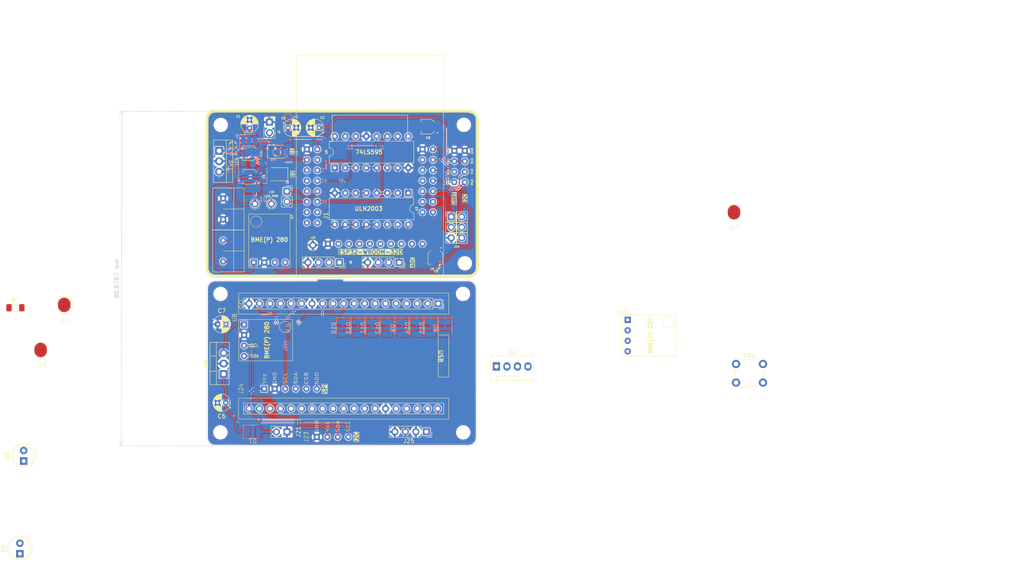
<source format=kicad_pcb>
(kicad_pcb (version 20240108) (generator "pcbnew") (generator_version "8.0")
  (layers (0 "F.Cu" signal) (31 "B.Cu" signal) (34 "B.Paste" user) (35 "F.Paste" user) (36 "B.SilkS" user "B.Silkscreen") (37 "F.SilkS" user "F.Silkscreen") (38 "B.Mask" user) (39 "F.Mask" user) (44 "Edge.Cuts" user))
  (net 0 "")
  (net 1 "GND")
  (net 2 "+3V3")
  (net 3 "+5V")
  (net 4 "/RXD")
  (net 5 "/TXD")
  (net 6 "/SDA")
  (net 7 "/GPIO_33")
  (net 8 "/SCL")
  (net 9 "/OUT3")
  (net 10 "/EN")
  (net 11 "/SOURCE2")
  (net 12 "/SOURCE1")
  (net 13 "/SOURCE3")
  (net 14 "/VDC")
  (net 15 "/DAC1")
  (net 16 "/DAC2")
  (net 17 "/GPIO39")
  (net 18 "/GPIO19")
  (net 19 "/GPIO17")
  (net 20 "/GPIO5")
  (net 21 "/GPIO18")
  (net 22 "/SD_DATA0")
  (net 23 "/ADC2_CH3")
  (net 24 "/SD_DATA3")
  (net 25 "/SD_CMD")
  (net 26 "/SD_CLK")
  (net 27 "/SD_DATA2")
  (net 28 "/SD_DATA1")
  (net 29 "/ADC2_CH0")
  (net 30 "/GPIO23")
  (net 31 "/GPIO36")
  (net 32 "/ADC2_CH2")
  (net 33 "/BOOT")
  (net 34 "/GPIO13")
  (net 35 "/SOURCE4")
  (net 36 "/SOURCE5")
  (net 37 "/SIPO_DATA")
  (net 38 "/SIPO_CLK")
  (net 40 "/SIPO_LATCH")
  (net 41 "/GPIO14")
  (net 43 "/I3")
  (net 44 "/I6")
  (net 45 "/I7")
  (net 46 "/I5")
  (net 47 "/OUT1")
  (net 48 "/VIN")
  (net 49 "/I1")
  (net 52 "Net-(D5-Pad1)")
  (net 53 "Net-(J15-Pin_1)")
  (net 54 "Net-(J19-Pin_1)")
  (net 55 "/OUT2")
  (net 67 "/RX")
  (net 72 "/TX")
  (net 83 "/SCL-2")
  (net 84 "/SDA-2")
  (net 87 "/12V")
  (net 89 "/QB-2")
  (net 90 "/QC-2")
  (net 91 "/QE-2")
  (net 92 "/QA-2")
  (net 93 "/QD-2")
  (net 94 "/QG-2")
  (net 95 "/QH-2")
  (net 96 "/QF-2")
  (net 97 "/SPI-SDO")
  (net 98 "/SPI-CSB")
  (net 99 "/SPI-SCL")
  (net 100 "/SPI-SDA")
  (net 101 "/D23")
  (net 102 "/D18")
  (footprint "Capacitor_THT:CP_Radial_D4.0mm_P2.00mm" (layer "F.Cu") (at 107 44.2 180)
    (property "Reference" "C2")
    (property "Value" "1uF")
  )
  (footprint "LED_SMD:LED_1210_3225Metric_Pad1.42x2.65mm_HandSolder" (layer "F.Cu") (at 97 55.45 180)
    (property "Reference" "D2")
    (property "Value" "STATUS")
  )
  (footprint "Capacitor_SMD:CP_Elec_3x5.3" (layer "F.Cu") (at 90.3 50.35 180)
    (property "Reference" "C4")
    (property "Value" "0.1uF")
  )
  (footprint "Resistor_SMD:R_1206_3216Metric_Pad1.30x1.75mm_HandSolder" (layer "F.Cu") (at 33.612 87.7585)
    (property "Reference" "R7")
    (property "Value" "4K7")
  )
  (footprint "LED_THT:LED_D5.0mm" (layer "F.Cu") (at 34.7 147.25 90)
    (property "Reference" "D6")
    (property "Value" "LED_STATUS")
  )
  (footprint "Button_Switch_THT:SW_PUSH_6mm" (layer "F.Cu") (at 207.8 101.35)
    (property "Reference" "SW1")
    (property "Value" "SW_Push")
  )
  (footprint "Connector:FanPinHeader_1x04_P2.54mm_Vertical" (layer "F.Cu") (at 149.88 101.95)
    (property "Reference" "J22")
    (property "Value" "Conn_01x04_Pin")
  )
  (footprint "Alexander Footprint Library:Pad_1x01_P2.54_SMD" (layer "F.Cu") (at 39.712 102.098)
    (property "Reference" "J19")
    (property "Value" "LED_PWR")
  )
  (footprint "Alexanddr Footprints Library:ESP32-WROOM-Adapter-Socket-2" (layer "F.Cu") (at 119.3 57.04)
    (property "Reference" "J1")
    (property "Value" "~")
  )
  (footprint "Alexander Footprint Library:Pad_1x01_P2.54_SMD" (layer "F.Cu") (at 45.412 91.198)
    (property "Reference" "J15")
    (property "Value" "LED_PWR")
  )
  (footprint "MountingHole:MountingHole_3mm" (layer "F.Cu") (at 142 43.5)
    (property "Reference" "H1" (hide yes))
    (property "Value" "MountingHole_Pad")
  )
  (footprint "Connector_PinSocket_2.54mm:PinSocket_1x02_P2.54mm_Vertical" (layer "F.Cu") (at 99.25 117.775 -90)
    (property "Reference" "J21")
    (property "Value" "PWR")
  )
  (footprint "MountingHole:MountingHole_3mm" (layer "F.Cu") (at 83.25 43.53)
    (property "Reference" "H2" (hide yes))
    (property "Value" "MountingHole_Pad")
  )
  (footprint "Package_DIP:DIP-16_W7.62mm" (layer "F.Cu") (at 128.58 60 -90)
    (property "Reference" "U3")
    (property "Value" "ULN2003")
  )
  (footprint "Alexander Footprints Library:Conn_Terminal_5mm" (layer "F.Cu") (at 83.82 53.69)
    (property "Reference" "J9" (hide yes))
    (property "Value" "Conn_01x02_Socket")
  )
  (footprint "Alexander Footprint Library:Pad_1x01_P2.54_SMD" (layer "F.Cu") (at 207.3 68.7895)
    (property "Reference" "J17")
    (property "Value" "GND")
  )
  (footprint "MountingHole:MountingHole_3mm" (layer "F.Cu") (at 141.85 117.9)
    (property "Reference" "H4" (hide yes))
    (property "Value" "MountingHole_Pad")
  )
  (footprint "Capacitor_THT:CP_Radial_D4.0mm_P2.00mm" (layer "F.Cu") (at 82.5 91.75)
    (property "Reference" "C7")
    (property "Value" "1uF")
  )
  (footprint "Connector_PinSocket_2.54mm:PinSocket_1x04_P2.54mm_Vertical" (layer "F.Cu") (at 132.94 117.75 -90)
    (property "Reference" "J25")
    (property "Value" "PWR_SATA_Conn_01x04")
  )
  (footprint "Capacitor_SMD:CP_Elec_3x5.3" (layer "F.Cu") (at 90.4 56.05 180)
    (property "Reference" "C9")
    (property "Value" "0.1uF")
  )
  (footprint "Package_DIP:DIP-16_W7.62mm" (layer "F.Cu") (at 110.8 53.9 90)
    (property "Reference" "U5")
    (property "Value" "74LS595")
  )
  (footprint "Alexander Footprint Library:PinSocket_1x01_P2.54" (layer "F.Cu") (at 91.5 65.19)
    (property "Reference" "J7")
    (property "Value" "LED_PWR")
  )
  (footprint "Alexander Footprint Library:Conn_SPI" (layer "F.Cu") (at 88.68 107.35 90)
    (property "Reference" "J24")
    (property "Value" "~")
  )
  (footprint "Connector_PinSocket_2.54mm:PinSocket_1x02_P2.54mm_Vertical" (layer "F.Cu") (at 95.025 42.85)
    (property "Reference" "J2")
    (property "Value" "PWR")
  )
  (footprint "Connector_PinSocket_2.54mm:PinSocket_1x04_P2.54mm_Vertical" (layer "F.Cu") (at 111.94 76.8 -90)
    (property "Reference" "J6")
    (property "Value" "SOURCE")
  )
  (footprint "MountingHole:MountingHole_3mm" (layer "F.Cu") (at 83.15 117.9)
    (property "Reference" "H4" (hide yes))
    (property "Value" "MountingHole_Pad")
  )
  (footprint "Connector_PinSocket_2.54mm:PinSocket_1x04_P2.54mm_Vertical" (layer "F.Cu") (at 126.38 76.8 -90)
    (property "Reference" "J10" (hide yes))
    (property "Value" "ADC")
  )
  (footprint "Capacitor_SMD:CP_Elec_3x5.3" (layer "F.Cu") (at 135.1 75.45 -90)
    (property "Reference" "C5")
    (property "Value" "0.1uF")
  )
  (footprint "MountingHole:MountingHole_3mm" (layer "F.Cu") (at 141.8 84.4)
    (property "Reference" "H4" (hide yes))
    (property "Value" "MountingHole_Pad")
  )
  (footprint "Capacitor_THT:CP_Radial_D4.0mm_P2.00mm" (layer "F.Cu") (at 99.5 44.2)
    (property "Reference" "C3")
    (property "Value" "1uF")
  )
  (footprint "Alexander Footprint Library:Conn_ESP32_WROOM-DevKit-38pins" (layer "F.Cu") (at 87.54 86.75 -90)
    (property "Reference" "J20")
    (property "Value" "~")
  )
  (footprint "Capacitor_SMD:CP_Elec_3x5.3" (layer "F.Cu") (at 133.4 43.95 180)
    (property "Reference" "C8")
    (property "Value" "10uF")
  )
  (footprint "Alexander Footprint Library:LD1117" (layer "F.Cu") (at 83.945 103.79 90)
    (property "Reference" "U9")
    (property "Value" "L7805")
  )
  (footprint "Alexander Footprint Library:PinSocket_1x01_P2.54" (layer "F.Cu") (at 95.5 65.19)
    (property "Reference" "J18")
    (property "Value" "LED_PWR")
  )
  (footprint "Alexander Footprint Library:Conn_I2C" (layer "F.Cu") (at 98.84 119 90)
    (property "Reference" "J23")
    (property "Value" "I2C")
  )
  (footprint "Capacitor_THT:CP_Radial_D4.0mm_P2.00mm" (layer "F.Cu") (at 84.4726 110.75 180)
    (property "Reference" "C6")
    (property "Value" "1uF")
  )
  (footprint "Alexander Footprint Library:BME280_BMP280_I2C" (layer "F.Cu") (at 180.3 89.45)
    (property "Reference" "U10")
    (property "Value" "BME(P)280")
  )
  (footprint "MountingHole:MountingHole_3mm" (layer "F.Cu") (at 83.2 84.4)
    (property "Reference" "H4" (hide yes))
    (property "Value" "MountingHole_Pad")
  )
  (footprint "Connector_PinSocket_2.54mm:PinSocket_1x02_P2.54mm_Vertical" (layer "F.Cu") (at 99.225 59.55)
    (property "Reference" "J5")
    (property "Value" "DAC")
  )
  (footprint "Alexander Footprint Library:CONN_2x3" (layer "F.Cu") (at 138.96 60.68)
    (property "Reference" "J14")
    (property "Value" "GPIO")
  )
  (footprint "Alexander Footprints Library:Conn_UART" (layer "F.Cu") (at 139.7 42.15)
    (property "Reference" "J3" (hide yes))
    (property "Value" "UART")
  )
  (footprint "Alexander Footprint Library:PinSocket_1x01_P2.54" (layer "F.Cu") (at 105.5 75.19)
    (property "Reference" "J16")
    (property "Value" "GND")
  )
  (footprint "Capacitor_THT:CP_Radial_D4.0mm_P2.00mm" (layer "F.Cu") (at 90.2 44.3 90)
    (property "Reference" "C1")
    (property "Value" "1uF")
  )
  (footprint "Alexander Footprint Library:BME280_BMP280_I2C" (layer "F.Cu") (at 90 78.1 90)
    (property "Reference" "U7")
    (property "Value" "BME(P)280")
  )
  (footprint "Alexander Footprint Library:LD1117" (layer "F.Cu") (at 82.855 49.77 -90)
    (property "Reference" "U4")
    (property "Value" "L7805")
  )
  (footprint "Alexander Footprints Library:Conn_I2C" (layer "F.Cu") (at 142.24 42.15)
    (property "Reference" "J4" (hide yes))
    (property "Value" "I2C")
  )
  (footprint "LED_THT:LED_D5.0mm" (layer "F.Cu") (at 35.612 124.8335 90)
    (property "Reference" "D5")
    (property "Value" "LED_PWR")
  )
  (footprint "Alexander Footprint Library:BME280_BMP280_I2C" (layer "F.Cu") (at 87.6 90.59)
    (property "Reference" "U8")
    (property "Value" "BME(P)280")
  )
  (footprint "LED_SMD:LED_1210_3225Metric_Pad1.42x2.65mm_HandSolder" (layer "F.Cu") (at 97 50)
    (property "Reference" "D1")
    (property "Value" "PWR")
  )
  (footprint "MountingHole:MountingHole_3mm" (layer "F.Cu") (at 142.25 77)
    (property "Reference" "H4" (hide yes))
    (property "Value" "MountingHole_Pad")
  )
  (footprint "Alexander Footprints Library:Conn_Terminal_5mm" (layer "F.Cu") (at 83.82 63.85)
    (property "Reference" "J8" (hide yes))
    (property "Value" "Conn_01x02_Socket")
  )
  (footprint "TestPoint:TestPoint_Pad_D1.5mm" (layer "B.Cu") (at 99.5 41.75 180)
    (property "Reference" "TP4")
    (property "Value" "5V")
  )
  (footprint "LED_SMD:LED_1210_3225Metric_Pad1.42x2.65mm_HandSolder" (layer "B.Cu") (at 127.1 92.65 -90)
    (property "Reference" "D9")
    (property "Value" "PWR")
  )
  (footprint "TestPoint:TestPoint_Pad_D1.5mm" (layer "B.Cu") (at 96.8 50.15 180)
    (property "Reference" "TP3")
    (property "Value" "3V3")
  )
  (footprint "LED_SMD:LED_1210_3225Metric_Pad1.42x2.65mm_HandSolder" (layer "B.Cu") (at 119.9 92.65 -90)
    (property "Reference" "D11")
    (property "Value" "PWR")
  )
  (footprint "Diode_SMD:D_1210_3225Metric" (layer "B.Cu") (at 91 117.75)
    (property "Reference" "D7")
    (property "Value" "D")
  )
  (footprint "LED_SMD:LED_1210_3225Metric_Pad1.42x2.65mm_HandSolder" (layer "B.Cu") (at 134.1 92.65 -90)
    (property "Reference" "D15")
    (property "Value" "PWR")
  )
  (footprint "Resistor_SMD:R_1206_3216Metric_Pad1.30x1.75mm_HandSolder" (layer "B.Cu") (at 99.7 50.25 -90)
    (property "Reference" "R1")
    (property "Value" "10K")
  )
  (footprint "Diode_SMD:D_1210_3225Metric" (layer "B.Cu") (at 90.1 47.4)
    (property "Reference" "D4")
    (property "Value" "D")
  )
  (footprint "LED_SMD:LED_1210_3225Metric_Pad1.42x2.65mm_HandSolder" (layer "B.Cu") (at 130.6 92.65 -90)
    (property "Reference" "D14")
    (property "Value" "PWR")
  )
  (footprint "TestPoint:TestPoint_Pad_D1.5mm" (layer "B.Cu") (at 86.2 48.45 180)
    (property "Reference" "TP1")
    (property "Value" "VIN")
  )
  (footprint "LED_SMD:LED_1210_3225Metric_Pad1.42x2.65mm_HandSolder" (layer "B.Cu") (at 123.5 92.65 -90)
    (property "Reference" "D12")
    (property "Value" "PWR")
  )
  (footprint "TestPoint:TestPoint_Pad_D1.5mm" (layer "B.Cu") (at 85.9 54.15 180)
    (property "Reference" "TP2")
    (property "Value" "GND")
  )
  (footprint "LED_SMD:LED_1210_3225Metric_Pad1.42x2.65mm_HandSolder" (layer "B.Cu") (at 116.4 92.65 -90)
    (property "Reference" "D13")
    (property "Value" "PWR")
  )
  (footprint "LED_SMD:LED_1210_3225Metric_Pad1.42x2.65mm_HandSolder" (layer "B.Cu") (at 112.8 92.65 -90)
    (property "Reference" "D10")
    (property "Value" "PWR")
  )
  (footprint "Package_TO_SOT_SMD:SOT-223-3_TabPin2" (layer "B.Cu") (at 91 55.75 -90)
    (property "Reference" "U1")
    (property "Value" "MAX1726EUK33")
  )
  (footprint "LED_SMD:LED_1210_3225Metric_Pad1.42x2.65mm_HandSolder" (layer "B.Cu") (at 137.5 92.65 -90)
    (property "Reference" "D8")
    (property "Value" "PWR")
  )
  (gr_line (start 145.25 42.11421) (end 145.25 78.085782) (stroke (width 0.75)) (layer "F.SilkS"))
  (gr_line (start 81.914218 40.164218) (end 143.08579 40.164218) (stroke (width 0.75)) (layer "F.SilkS"))
  (gr_arc (start 145.25 78.085782) (mid 144.66422 79.500007) (end 143.25 80.085782) (stroke (width 0.75)) (layer "F.SilkS"))
  (gr_line (start 79.914218 42.11421) (end 79.914218 78.085782) (stroke (width 0.75)) (layer "F.SilkS"))
  (gr_arc (start 81.914218 80.085782) (mid 80.499999 79.500001) (end 79.914218 78.085782) (stroke (width 0.75)) (layer "F.SilkS"))
  (gr_arc (start 143.25 40.25) (mid 144.664214 40.835786) (end 145.25 42.25) (stroke (width 0.75)) (layer "F.SilkS"))
  (gr_arc (start 79.914218 42.164218) (mid 80.499999 40.749999) (end 81.914218 40.164218) (stroke (width 0.75)) (layer "F.SilkS"))
  (gr_line (start 81.914214 80.085782) (end 143.085786 80.085782) (stroke (width 0.75)) (layer "F.SilkS"))
  (gr_line (start 82.014214 80.235786) (end 106.4 80.25) (stroke (width 0.1)) (layer "Edge.Cuts"))
  (gr_line (start 80 42.25) (end 80.014214 78.235786) (stroke (width 0.1)) (layer "Edge.Cuts"))
  (gr_arc (start 79.921321 83.157107) (mid 80.507106 81.742896) (end 81.921321 81.157107) (stroke (width 0.1)) (layer "Edge.Cuts"))
  (gr_line (start 81.921321 121.128679) (end 143.107107 121.142893) (stroke (width 0.1)) (layer "Edge.Cuts"))
  (gr_arc (start 81.921321 121.128679) (mid 80.507101 120.542899) (end 79.921321 119.128679) (stroke (width 0.1)) (layer "Edge.Cuts"))
  (gr_line (start 143.092893 81.157107) (end 113 81.15) (stroke (width 0.1)) (layer "Edge.Cuts"))
  (gr_arc (start 145.107107 119.142893) (mid 144.521321 120.557107) (end 143.107107 121.142893) (stroke (width 0.1)) (layer "Edge.Cuts"))
  (gr_line (start 106.4 81.15) (end 81.921321 81.157107) (stroke (width 0.1)) (layer "Edge.Cuts"))
  (gr_arc (start 143.185786 40.264214) (mid 144.600004 40.849996) (end 145.185786 42.264214) (stroke (width 0.1)) (layer "Edge.Cuts"))
  (gr_line (start 113 80.25) (end 143.185786 80.235786) (stroke (width 0.1)) (layer "Edge.Cuts"))
  (gr_arc (start 82.014214 80.235786) (mid 80.599996 79.650004) (end 80.014214 78.235786) (stroke (width 0.1)) (layer "Edge.Cuts"))
  (gr_line (start 145.185786 42.264214) (end 145.185786 78.235786) (stroke (width 0.1)) (layer "Edge.Cuts"))
  (gr_arc (start 80 42.25) (mid 80.585786 40.835786) (end 82 40.25) (stroke (width 0.1)) (layer "Edge.Cuts"))
  (gr_line (start 145.107107 119.142893) (end 145.092893 83.157107) (stroke (width 0.1)) (layer "Edge.Cuts"))
  (gr_line (start 79.921321 119.128679) (end 79.921321 83.157107) (stroke (width 0.1)) (layer "Edge.Cuts"))
  (gr_line (start 106.4 81.15) (end 106.4 80.25) (stroke (width 0.1)) (layer "Edge.Cuts"))
  (gr_arc (start 145.185786 78.235786) (mid 144.600004 79.650004) (end 143.185786 80.235786) (stroke (width 0.1)) (layer "Edge.Cuts"))
  (gr_arc (start 143.092893 81.157107) (mid 144.507112 81.742888) (end 145.092893 83.157107) (stroke (width 0.1)) (layer "Edge.Cuts"))
  (gr_line (start 113 81.15) (end 113 80.25) (stroke (width 0.1)) (layer "Edge.Cuts"))
  (gr_line (start 143.185786 40.264214) (end 82 40.25) (stroke (width 0.1)) (layer "Edge.Cuts"))
  (gr_text "SCL" (at 90.4 96.85 0) (layer "F.SilkS") (effects (font (size 0.7 0.7) (thickness 0.125) (bold yes)) (justify left)))
  (gr_text "ADC" (at 130.1 78.05 90) (layer "F.SilkS" knockout) (effects (font (size 0.8 0.8) (thickness 0.2) (bold yes)) (justify left bottom)))
  (gr_text "SDA" (at 90.4 99.45 0) (layer "F.SilkS") (effects (font (size 0.7 0.7) (thickness 0.125) (bold yes)) (justify left)))
  (gr_text "74LS595" (at 119.057143 50.1 0) (layer "F.SilkS") (effects (font (size 1 1) (thickness 0.2) (bold yes))))
  (gr_text "ULN2003" (at 115.5 64.374 0) (layer "F.SilkS") (effects (font (size 1 1) (thickness 0.2) (bold yes)) (justify left bottom)))
  (dimension (type aligned) (layer "Edge.Cuts") (pts (xy 81.921321 121.128679) (xy 82 40.25)) (height -22.6907) (gr_text "80.8787 mm" (at 58.119973 80.666146 89.94426182) (layer "Edge.Cuts") (effects (font (size 1 1) (thickness 0.15)))) (format (prefix "") (suffix "") (units 3) (units_format 1) (precision 4)) (style (thickness 0.1) (arrow_length 1.27) (text_position_mode 0) (extension_height 0.58642) (extension_offset 0.5) keep_text_aligned))
  (segment (start 84.21 66) (end 83.82 66.39) (width 0.5) (layer "F.Cu") (net 1))
  (segment (start 91.5 59.65) (end 91.9 59.25) (width 0.5) (layer "F.Cu") (net 2))
  (segment (start 90.08 108.57) (end 90.08 112.15) (width 0.5) (layer "F.Cu") (net 2))
  (segment (start 139.7 52.31) (end 138.56 52.31) (width 0.25) (layer "F.Cu") (net 2))
  (segment (start 91.3 107.35) (end 90.08 108.57) (width 0.5) (layer "F.Cu") (net 2))
  (segment (start 91.9 59.25) (end 91.9 56.05) (width 0.5) (layer "F.Cu") (net 2))
  (segment (start 137.2 43.95) (end 134.9 43.95) (width 0.25) (layer "F.Cu") (net 2))
  (segment (start 138.56 52.31) (end 137.6 51.35) (width 0.25) (layer "F.Cu") (net 2))
  (segment (start 93.76 107.35) (end 91.3 107.35) (width 0.5) (layer "F.Cu") (net 2))
  (segment (start 91.5 62.62) (end 91.5 59.65) (width 0.5) (layer "F.Cu") (net 2))
  (segment (start 137.6 51.35) (end 137.6 44.35) (width 0.25) (layer "F.Cu") (net 2))
  (segment (start 137.6 44.35) (end 137.2 43.95) (width 0.25) (layer "F.Cu") (net 2))
  (segment (start 96.075 48.7) (end 97.525 48.7) (width 0.5) (layer "B.Cu") (net 2))
  (segment (start 109.408578 44.2) (end 107 44.2) (width 0.5) (layer "B.Cu") (net 2))
  (segment (start 93.21 115.25) (end 101 115.25) (width 0.5) (layer "B.Cu") (net 2))
  (segment (start 81.3 75.997918) (end 81.3 59.75104) (width 0.5) (layer "B.Cu") (net 2))
  (segment (start 93.3 54.905025) (end 93.3 52.6) (width 0.5) (layer "B.Cu") (net 2))
  (segment (start 100 48.7) (end 100 48.03033) (width 0.5) (layer "B.Cu") (net 2))
  (segment (start 139.13 52.31) (end 139.7 52.31) (width 0.5) (layer "B.Cu") (net 2))
  (segment (start 138.156949 51.906949) (end 138.03 51.78) (width 0.5) (layer "B.Cu") (net 2))
  (segment (start 109 117.5) (end 109 119) (width 0.5) (layer "B.Cu") (net 2))
  (segment (start 106.6 48.627817) (end 106.6 49.299791) (width 0.5) (layer "B.Cu") (net 2))
  (segment (start 84.202081 78.9) (end 89.990883 78.9) (width 0.5) (layer "B.Cu") (net 2))
  (segment (start 109.75 45) (end 109.75 44.141421) (width 0.5) (layer "B.Cu") (net 2))
  (segment (start 109.75 43.858578) (end 109.75 44.141421) (width 0.5) (layer "B.Cu") (net 2))
  (segment (start 104.722182 46.75) (end 106.277817 46.75) (width 0.5) (layer "B.Cu") (net 2))
  (segment (start 139.7 52.31) (end 142.24 52.31) (width 0.5) (layer "B.Cu") (net 2))
  (segment (start 137.5 50.500466) (end 137.5 43.883883) (width 0.5) (layer "B.Cu") (net 2))
  (segment (start 88.207106 62.75) (end 91.5 62.75) (width 0.5) (layer "B.Cu") (net 2))
  (segment (start 86.5 61.042893) (end 86.5 57.5) (width 0.5) (layer "B.Cu") (net 2))
  (segment (start 106.277817 46.75) (end 108 46.75) (width 0.5) (layer "B.Cu") (net 2))
  (segment (start 101 115.25) (end 102.5 116.75) (width 0.5) (layer "B.Cu") (net 2))
  (segment (start 91.22 77.670883) (end 91.22 76.8) (width 0.5) (layer "B.Cu") (net 2))
  (segment (start 89.455634 56.1) (end 92.105025 56.1) (width 0.5) (layer "B.Cu") (net 2))
  (segment (start 96.075 48.7) (end 95.177817 48.7) (width 0.5) (layer "B.Cu") (net 2))
  (segment (start 90.11 112.15) (end 93.21 115.25) (width 0.5) (layer "B.Cu") (net 2))
  (segment (start 108.25 116.75) (end 109 117.5) (width 0.5) (layer "B.Cu") (net 2))
  (segment (start 104.722182 46.75) (end 101.28033 46.75) (width 0.5) (layer "B.Cu") (net 2))
  (segment (start 108 46.75) (end 109.75 45) (width 0.5) (layer "B.Cu") (net 2))
  (segment (start 96.8 49.425) (end 96.8 50.15) (width 0.25) (layer "B.Cu") (net 2))
  (segment (start 109.75 43.625) (end 109.75 43.858578) (width 0.5) (layer "B.Cu") (net 2))
  (segment (start 110.015165 42.984834) (end 110.5 42.5) (width 0.5) (layer "B.Cu") (net 2))
  (segment (start 93.3 52.6) (end 93.3 50.577817) (width 0.5) (layer "B.Cu") (net 2))
  (segment (start 82.75104 58.3) (end 84.144365 58.3) (width 0.5) (layer "B.Cu") (net 2))
  (segment (start 106.685 49.335) (end 106.77 49.25) (width 0.5) (layer "B.Cu") (net 2))
  (segment (start 102.5 116.75) (end 108.25 116.75) (width 0.5) (layer "B.Cu") (net 2))
  (segment (start 112.31066 41.75) (end 135.366116 41.75) (width 0.5) (layer "B.Cu") (net 2))
  (segment (start 100 48.7) (end 97.525 48.7) (width 0.5) (layer "B.Cu") (net 2))
  (arc (start 136.875 42.375) (mid 137.337567 43.067281) (end 137.5 43.883883) (width 0.5) (layer "B.Cu") (net 2))
  (arc (start 137.5 50.500466) (mid 137.637742 51.192944) (end 138.03 51.78) (width 0.5) (layer "B.Cu") (net 2))
  (arc (start 93.3 54.905025) (mid 93.209037 55.362322) (end 92.95 55.75) (width 0.5) (layer "B.Cu") (net 2))
  (arc (start 86.8 57.2) (mid 85.581584 58.014119) (end 84.144365 58.3) (width 0.5) (layer "B.Cu") (net 2))
  (arc (start 106.6 49.299791) (mid 106.630737 49.345793) (end 106.685 49.335) (width 0.5) (layer "B.Cu") (net 2))
  (arc (start 89.455634 56.1) (mid 88.018415 56.38588) (end 86.8 57.2) (width 0.5) (layer "B.Cu") (net 2))
  (arc (start 86.5 61.042893) (mid 86.629945 61.696174) (end 87 62.25) (width 0.5) (layer "B.Cu") (net 2))
  (arc (start 82.75104 58.3) (mid 82.195751 58.410453) (end 81.725 58.725) (width 0.5) (layer "B.Cu") (net 2))
  (arc (start 92.95 55.75) (mid 92.562322 56.009037) (end 92.105025 56.1) (width 0.5) (layer "B.Cu") (net 2))
  (arc (start 95.177817 48.7) (mid 94.459207 48.84294) (end 93.85 49.25) (width 0.5) (layer "B.Cu") (net 2))
  (arc (start 96.8 49.425) (mid 96.587652 48.912347) (end 96.075 48.7) (width 0.25) (layer "B.Cu") (net 2))
  (arc (start 82.15 78.05) (mid 83.091502 78.679092) (end 84.202081 78.9) (width 0.5) (layer "B.Cu") (net 2))
  (arc (start 110.015165 42.984834) (mid 109.818914 43.278544) (end 109.75 43.625) (width 0.5) (layer "B.Cu") (net 2))
  (arc (start 109.75 44.141421) (mid 109.713838 44.087301) (end 109.65 44.1) (width 0.5) (layer "B.Cu") (net 2))
  (arc (start 136.875 42.375) (mid 136.182718 41.912432) (end 135.366116 41.75) (width 0.5) (layer "B.Cu") (net 2))
  (arc (start 93.85 49.25) (mid 93.44294 49.859207) (end 93.3 50.577817) (width 0.5) (layer "B.Cu") (net 2))
  (arc (start 90.86 78.54) (mid 90.461245 78.806439) (end 89.990883 78.9) (width 0.5) (layer "B.Cu") (net 2))
  (arc (start 109.65 44.1) (mid 109.539234 44.17401) (end 109.408578 44.2) (width 0.5) (layer "B.Cu") (net 2))
  (arc (start 87 62.25) (mid 87.553825 62.620054) (end 88.207106 62.75) (width 0.5) (layer "B.Cu") (net 2))
  (arc (start 81.725 58.725) (mid 81.410453 59.195751) (end 81.3 59.75104) (width 0.5) (layer "B.Cu") (net 2))
  (arc (start 106.05 47.3) (mid 105.440792 46.89294) (end 104.722182 46.75) (width 0.5) (layer "B.Cu") (net 2))
  (arc (start 138.156949 51.906949) (mid 138.603388 52.20525) (end 139.13 52.31) (width 0.5) (layer "B.Cu") (net 2))
  (arc (start 101.28033 46.75) (mid 100.790368 46.847459) (end 100.375 47.125) (width 0.5) (layer "B.Cu") (net 2))
  (arc (start 106.05 47.3) (mid 106.457059 47.909207) (end 106.6 48.627817) (width 0.5) (layer "B.Cu") (net 2))
  (arc (start 106.277817 46.75) (mid 105.980159 46.948888) (end 106.05 47.3) (width 0.5) (layer "B.Cu") (net 2))
  (arc (start 91.22 77.670883) (mid 91.126439 78.141245) (end 90.86 78.54) (width 0.5) (layer "B.Cu") (net 2))
  (arc (start 109.65 44.1) (mid 109.72401 43.989234) (end 109.75 43.858578) (width 0.5) (layer "B.Cu") (net 2))
  (arc (start 112.31066 41.75) (mid 111.330737 41.944918) (end 110.5 42.5) (width 0.5) (layer "B.Cu") (net 2))
  (arc (start 100.375 47.125) (mid 100.097459 47.540368) (end 100 48.03033) (width 0.5) (layer "B.Cu") (net 2))
  (arc (start 81.3 75.997918) (mid 81.520907 77.108496) (end 82.15 78.05) (width 0.5) (layer "B.Cu") (net 2))
  (segment (start 99.5 45.693413) (end 99.5 44.2) (width 0.5) (layer "F.Cu") (net 3))
  (segment (start 98.6375 46.9625) (end 99.2125 46.3875) (width 0.5) (layer "F.Cu") (net 3))
  (segment (start 83.945 98.71) (end 86.21 98.71) (width 0.5) (layer "F.Cu") (net 3))
  (segment (start 86.75 99.25) (end 86.75 100) (width 0.5) (layer "F.Cu") (net 3))
  (segment (start 127.86 116.39) (end 129 115.25) (width 0.5) (layer "F.Cu") (net 3))
  (segment (start 126.04 46.28) (end 126.04 48.251906) (width 0.5) (layer "F.Cu") (net 3))
  (segment (start 108.3 49.803553) (end 108.3 65.537329) (width 0.5) (layer "F.Cu") (net 3))
  (segment (start 108.3 49.803553) (end 108.3 49.096446) (width 0.5) (layer "F.Cu") (net 3))
  (segment (start 129 115.25) (end 135.25 115.25) (width 0.5) (layer "F.Cu") (net 3))
  (segment (start 135.81 114.69) (end 135.81 112.15) (width 0.5) (layer "F.Cu") (net 3))
  (segment (start 110.8 46.28) (end 110.8 48.15) (width 0.5) (layer "F.Cu") (net 3))
  (segment (start 86.75 114.25) (end 87.75 115.25) (width 0.5) (layer "F.Cu") (net 3))
  (segment (start 86.75 100) (end 86.75 114.25) (width 0.5) (layer "F.Cu") (net 3))
  (segment (start 110.8 48.15) (end 110 48.95) (width 0.5) (layer "F.Cu") (net 3))
  (segment (start 88.1 47.25) (end 97.943413 47.25) (width 0.5) (layer "F.Cu") (net 3))
  (segment (start 84.9 54.85) (end 85.4 54.35) (width 0.5) (layer "F.Cu") (net 3))
  (segment (start 126.04 48.251906) (end 125.341906 48.95) (width 0.5) (layer "F.Cu") (net 3))
  (segment (start 85.4 54.35) (end 85.4 49.95) (width 0.5) (layer "F.Cu") (net 3))
  (segment (start 127.86 118.65) (end 127.86 116.39) (width 0.5) (layer "F.Cu") (net 3))
  (segment (start 107.608621 46.675) (end 99.331586 46.675) (width 0.5) (layer "F.Cu") (net 3))
  (segment (start 110 48.95) (end 109.153553 48.95) (width 0.5) (layer "F.Cu") (net 3))
  (segment (start 86.21 98.71) (end 86.75 99.25) (width 0.5) (layer "F.Cu") (net 3))
  (segment (start 108.3 49.096446) (end 108.3 47.366378) (width 0.5) (layer "F.Cu") (net 3))
  (segment (start 109.104574 67.204574) (end 108.91 67.01) (width 0.5) (layer "F.Cu") (net 3))
  (segment (start 110.8 46.355) (end 110.725 46.28) (width 0.5) (layer "F.Cu") (net 3))
  (segment (start 135.25 115.25) (end 135.81 114.69) (width 0.5) (layer "F.Cu") (net 3))
  (segment (start 110.1075 67.62) (end 110.695 67.62) (width 0.5) (layer "F.Cu") (net 3))
  (segment (start 82.855 54.85) (end 84.9 54.85) (width 0.5) (layer "F.Cu") (net 3))
  (segment (start 85.4 49.95) (end 88.1 47.25) (width 0.5) (layer "F.Cu") (net 3))
  (segment (start 87.75 115.25) (end 129 115.25) (width 0.5) (layer "F.Cu") (net 3))
  (segment (start 125.341906 48.95) (end 110 48.95) (width 0.5) (layer "F.Cu") (net 3))
  (arc (start 108.0975 46.8775) (mid 108.247371 47.101799) (end 108.3 47.366378) (width 0.5) (layer "F.Cu") (net 3))
  (arc (start 108.3 65.537329) (mid 108.458533 66.334332) (end 108.91 67.01) (width 0.5) (layer "F.Cu") (net 3))
  (arc (start 97.943413 47.25) (mid 98.31905 47.175281) (end 98.6375 46.9625) (width 0.5) (layer "F.Cu") (net 3))
  (arc (start 99.2125 46.3875) (mid 99.175992 46.571035) (end 99.331586 46.675) (width 0.5) (layer "F.Cu") (net 3))
  (arc (start 108.0975 46.8775) (mid 107.8732 46.727628) (end 107.608621 46.675) (width 0.5) (layer "F.Cu") (net 3))
  (arc (start 109.104574 67.204574) (mid 109.56472 67.512034) (end 110.1075 67.62) (width 0.5) (layer "F.Cu") (net 3))
  (arc (start 108.55 49.2) (mid 108.364972 49.476912) (end 108.3 49.803553) (width 0.5) (layer "F.Cu") (net 3))
  (arc (start 108.3 49.096446) (mid 108.390403 49.231745) (end 108.55 49.2) (width 0.5) (layer "F.Cu") (net 3))
  (arc (start 99.331586 46.675) (mid 98.955949 46.749718) (end 98.6375 46.9625) (width 0.5) (layer "F.Cu") (net 3))
  (arc (start 109.153553 48.95) (mid 108.826912 49.014972) (end 108.55 49.2) (width 0.5) (layer "F.Cu") (net 3))
  (arc (start 99.5 45.693413) (mid 99.425281 46.06905) (end 99.2125 46.3875) (width 0.5) (layer "F.Cu") (net 3))
  (segment (start 83.945 97.305) (end 84.5 96.75) (width 0.5) (layer "B.Cu") (net 3))
  (segment (start 84.5 94.05) (end 84.5 91.75) (width 0.5) (layer "B.Cu") (net 3))
  (segment (start 88.9 91.81) (end 86.74 91.81) (width 0.5) (layer "B.Cu") (net 3))
  (segment (start 83.945 98.71) (end 83.945 97.305) (width 0.5) (layer "B.Cu") (net 3))
  (segment (start 86.74 91.81) (end 84.5 94.05) (width 0.5) (layer "B.Cu") (net 3))
  (segment (start 84.5 96.75) (end 84.5 94.05) (width 0.5) (layer "B.Cu") (net 3))
  (segment (start 99.5 42.25) (end 99.5 44.2) (width 0.25) (layer "B.Cu") (net 3))
  (segment (start 139.7 57.35) (end 139.7 57.39) (width 0.25) (layer "F.Cu") (net 4))
  (segment (start 133.25 53.25) (end 135.6 53.25) (width 0.25) (layer "F.Cu") (net 4))
  (segment (start 135.6 53.25) (end 139.7 57.35) (width 0.25) (layer "F.Cu") (net 4))
  (segment (start 132 54.5) (end 133.25 53.25) (width 0.25) (layer "F.Cu") (net 4))
  (segment (start 140.3 57.45) (end 139.3 57.45) (width 0.25) (layer "F.Cu") (net 4))
  (segment (start 136.61 51.96) (end 134.54 51.96) (width 0.25) (layer "F.Cu") (net 5))
  (segment (start 134.74 51.79) (end 134.62 51.91) (width 0.25) (layer "F.Cu") (net 5))
  (segment (start 139.5 54.85) (end 136.61 51.96) (width 0.25) (layer "F.Cu") (net 5))
  (segment (start 139.7 54.85) (end 139.5 54.85) (width 0.25) (layer "F.Cu") (net 5))
  (segment (start 138.59 58.55) (end 140.4 58.55) (width 0.25) (layer "F.Cu") (net 6))
  (segment (start 136.213604 54.5) (end 138 56.286396) (width 0.25) (layer "F.Cu") (net 6))
  (segment (start 138 57.96) (end 138.59 58.55) (width 0.25) (layer "F.Cu") (net 6))
  (segment (start 140.9 56.19) (end 142.24 54.85) (width 0.25) (layer "F.Cu") (net 6))
  (segment (start 140.9 58.05) (end 140.9 56.19) (width 0.25) (layer "F.Cu") (net 6))
  (segment (start 134.54 54.5) (end 136.213604 54.5) (width 0.25) (layer "F.Cu") (net 6))
  (segment (start 138 56.286396) (end 138 57.96) (width 0.25) (layer "F.Cu") (net 6))
  (segment (start 142.24 54.85) (end 142.24 55.51) (width 0.25) (layer "F.Cu") (net 6))
  (segment (start 140.4 58.55) (end 140.9 58.05) (width 0.25) (layer "F.Cu") (net 6))
  (segment (start 141.79 58.74) (end 141 57.95) (width 0.25) (layer "B.Cu") (net 6))
  (segment (start 140.418198 72.781802) (end 143.281802 72.781802) (width 0.25) (layer "B.Cu") (net 6))
  (segment (start 98.84 76.8) (end 98.84 78.09) (width 0.25) (layer "B.Cu") (net 6))
  (segment (start 143.55 64.45) (end 141.79 62.69) (width 0.25) (layer "B.Cu") (net 6))
  (segment (start 134.55 78.65) (end 140.418198 72.781802) (width 0.25) (layer "B.Cu") (net 6))
  (segment (start 141.79 62.69) (end 141.79 58.74) (width 0.25) (layer "B.Cu") (net 6))
  (segment (start 141 56.09) (end 142.24 54.85) (width 0.25) (layer "B.Cu") (net 6))
  (segment (start 98.84 78.09) (end 99.4 78.65) (width 0.25) (layer "B.Cu") (net 6))
  (segment (start 99.4 78.65) (end 134.55 78.65) (width 0.25) (layer "B.Cu") (net 6))
  (segment (start 143.281802 72.781802) (end 143.55 72.513604) (width 0.25) (layer "B.Cu") (net 6))
  (segment (start 143.55 72.513604) (end 143.55 64.45) (width 0.25) (layer "B.Cu") (net 6))
  (segment (start 141 57.95) (end 141 56.09) (width 0.25) (layer "B.Cu") (net 6))
  (segment (start 103.97 59.53) (end 104.14 59.53) (width 0.25) (layer "F.Cu") (net 7))
  (segment (start 137.55 58.146396) (end 138.403604 59) (width 0.25) (layer "F.Cu") (net 8))
  (segment (start 131.5 55.75) (end 136.75 55.75) (width 0.25) (layer "F.Cu") (net 8))
  (segment (start 140.63 59) (end 142.24 57.39) (width 0.25) (layer "F.Cu") (net 8))
  (segment (start 136.75 55.75) (end 137.55 56.55) (width 0.25) (layer "F.Cu") (net 8))
  (segment (start 137.55 56.55) (end 137.55 58.146396) (width 0.25) (layer "F.Cu") (net 8))
  (segment (start 130.745 54.995) (end 131.5 55.75) (width 0.25) (layer "F.Cu") (net 8))
  (segment (start 130.745 53.245) (end 130.745 54.995) (width 0.25) (layer "F.Cu") (net 8))
  (segment (start 132.08 51.91) (end 130.745 53.245) (width 0.25) (layer "F.Cu") (net 8))
  (segment (start 138.403604 59) (end 140.63 59) (width 0.25) (layer "F.Cu") (net 8))
  (segment (start 143.4 73.3) (end 144 72.7) (width 0.25) (layer "B.Cu") (net 8))
  (segment (start 96.95 79.1) (end 134.8 79.1) (width 0.25) (layer "B.Cu") (net 8))
  (segment (start 96.3 76.8) (end 96.3 78.45) (width 0.25) (layer "B.Cu") (net 8))
  (segment (start 144 72.7) (end 144 64.263604) (width 0.25) (layer "B.Cu") (net 8))
  (segment (start 142.24 62.503604) (end 142.24 57.39) (width 0.25) (layer "B.Cu") (net 8))
  (segment (start 96.3 78.45) (end 96.95 79.1) (width 0.25) (layer "B.Cu") (net 8))
  (segment (start 134.8 79.1) (end 140.6 73.3) (width 0.25) (layer "B.Cu") (net 8))
  (segment (start 144 64.263604) (end 142.24 62.503604) (width 0.25) (layer "B.Cu") (net 8))
  (segment (start 140.6 73.3) (end 143.4 73.3) (width 0.25) (layer "B.Cu") (net 8))
  (segment (start 103.27 52.75) (end 104.06 51.96) (width 0.25) (layer "F.Cu") (net 10))
  (segment (start 91.8 52.25) (end 92.3 52.75) (width 0.25) (layer "F.Cu") (net 10))
  (segment (start 92.3 52.75) (end 103.27 52.75) (width 0.25) (layer "F.Cu") (net 10))
  (segment (start 103.72 52.3) (end 104.06 51.96) (width 0.25) (layer "F.Cu") (net 10))
  (segment (start 91.8 50.35) (end 91.8 52.25) (width 0.25) (layer "F.Cu") (net 10))
  (segment (start 100 51.8) (end 103.9 51.8) (width 0.25) (layer "B.Cu") (net 10))
  (segment (start 103.9 51.8) (end 104.06 51.96) (width 0.25) (layer "B.Cu") (net 10))
  (segment (start 113.235 67.62) (end 115.775 67.62) (width 0.5) (layer "F.Cu") (net 11))
  (segment (start 99 73.1) (end 102.7 69.4) (width 0.5) (layer "F.Cu") (net 11))
  (segment (start 86.37 71.47) (end 88 73.1) (width 0.5) (layer "F.Cu") (net 11))
  (segment (start 102.7 69.4) (end 111.455 69.4) (width 0.5) (layer "F.Cu") (net 11))
  (segment (start 88 73.1) (end 99 73.1) (width 0.5) (layer "F.Cu") (net 11))
  (segment (start 83.82 71.47) (end 86.37 71.47) (width 0.5) (layer "F.Cu") (net 11))
  (segment (start 111.455 69.4) (end 113.235 67.62) (width 0.5) (layer "F.Cu") (net 11))
  (segment (start 86.275 76.55) (end 88.075 74.75) (width 0.5) (layer "F.Cu") (net 12))
  (segment (start 104.4 70.1) (end 115.835 70.1) (width 0.5) (layer "F.Cu") (net 12))
  (segment (start 99.75 74.75) (end 104.4 70.1) (width 0.5) (layer "F.Cu") (net 12))
  (segment (start 118.315 67.62) (end 120.855 67.62) (width 0.5) (layer "F.Cu") (net 12))
  (segment (start 83.82 76.55) (end 86.275 76.55) (width 0.5) (layer "F.Cu") (net 12))
  (segment (start 115.835 70.1) (end 118.315 67.62) (width 0.5) (layer "F.Cu") (net 12))
  (segment (start 88.075 74.75) (end 99.75 74.75) (width 0.5) (layer "F.Cu") (net 12))
  (segment (start 128.475 67.62) (end 128.475 68.825) (width 0.25) (layer "F.Cu") (net 13))
  (segment (start 125.7 72.8) (end 124.55 73.95) (width 0.25) (layer "F.Cu") (net 13))
  (segment (start 111.94 75.26) (end 111.94 76.8) (width 0.25) (layer "F.Cu") (net 13))
  (segment (start 124.55 73.95) (end 118.622792 73.95) (width 0.25) (layer "F.Cu") (net 13))
  (segment (start 128.475 68.825) (end 125.7 71.6) (width 0.25) (layer "F.Cu") (net 13))
  (segment (start 125.7 71.6) (end 125.7 72.8) (width 0.25) (layer "F.Cu") (net 13))
  (segment (start 117.872792 74.7) (end 112.5 74.7) (width 0.25) (layer "F.Cu") (net 13))
  (segment (start 112.5 74.7) (end 111.94 75.26) (width 0.25) (layer "F.Cu") (net 13))
  (segment (start 118.622792 73.95) (end 117.872792 74.7) (width 0.25) (layer "F.Cu") (net 13))
  (segment (start 96.71 117.775) (end 92.425 117.775) (width 0.5) (layer "B.Cu") (net 14))
  (segment (start 92.425 117.775) (end 92.4 117.75) (width 0.5) (layer "B.Cu") (net 14))
  (segment (start 95.025 46.674479) (end 95.025 45.39) (width 0.5) (layer "B.Cu") (net 14))
  (segment (start 94.299479 47.4) (end 91.5 47.4) (width 0.5) (layer "B.Cu") (net 14))
  (arc (start 95.025 46.674479) (mid 94.969773 46.952124) (end 94.8125 47.1875) (width 0.5) (layer "B.Cu") (net 14))
  (arc (start 94.8125 47.1875) (mid 94.577124 47.344773) (end 94.299479 47.4) (width 0.5) (layer "B.Cu") (net 14))
  (segment (start 105.38 60.8) (end 106.6 59.58) (width 0.25) (layer "B.Cu") (net 15))
  (segment (start 99.225 59.55) (end 101.8 59.55) (width 0.25) (layer "B.Cu") (net 15))
  (segment (start 103.05 60.8) (end 105.38 60.8) (width 0.25) (layer "B.Cu") (net 15))
  (segment (start 101.8 59.55) (end 103.05 60.8) (width 0.25) (layer "B.Cu") (net 15))
  (segment (start 99.225 62.09) (end 100.97 62.09) (width 0.25) (layer "B.Cu") (net 16))
  (segment (start 100.97 62.09) (end 101 62.12) (width 0.25) (layer "B.Cu") (net 16))
  (segment (start 104.03 62.09) (end 104.06 62.12) (width 0.25) (layer "B.Cu") (net 16))
  (segment (start 104.06 62.12) (end 101 62.12) (width 0.25) (layer "B.Cu") (net 16))
  (segment (start 141.5 68.3) (end 140.2 67) (width 0.25) (layer "B.Cu") (net 18))
  (segment (start 136.69 56.99) (end 134.62 56.99) (width 0.25) (layer "B.Cu") (net 18))
  (segment (start 140.2 60.5) (end 136.69 56.99) (width 0.25) (layer "B.Cu") (net 18))
  (segment (start 140.2 67) (end 140.2 60.5) (width 0.25) (layer "B.Cu") (net 18))
  (segment (start 141.5 70.84) (end 140.16 69.5) (width 0.25) (layer "B.Cu") (net 19))
  (segment (start 137.7 69.5) (end 137.1 68.9) (width 0.25) (layer "B.Cu") (net 19))
  (segment (start 140.16 69.5) (end 137.7 69.5) (width 0.25) (layer "B.Cu") (net 19))
  (segment (start 137.1 68.9) (end 137.1 63.84) (width 0.25) (layer "B.Cu") (net 19))
  (segment (start 133.41 63.4) (end 132.08 62.07) (width 0.25) (layer "B.Cu") (net 19))
  (segment (start 137.1 63.84) (end 136.66 63.4) (width 0.25) (layer "B.Cu") (net 19))
  (segment (start 136.66 63.4) (end 133.41 63.4) (width 0.25) (layer "B.Cu") (net 19))
  (segment (start 138.96 65.76) (end 138.96 60.61) (width 0.25) (layer "B.Cu") (net 20))
  (segment (start 137.88 59.53) (end 134.62 59.53) (width 0.25) (layer "B.Cu") (net 20))
  (segment (start 138.96 60.61) (end 137.88 59.53) (width 0.25) (layer "B.Cu") (net 20))
  (segment (start 133.35 60.8) (end 132.08 59.53) (width 0.25) (layer "B.Cu") (net 21))
  (segment (start 138.96 68.3) (end 137.6 66.94) (width 0.25) (layer "B.Cu") (net 21))
  (segment (start 136.75 60.8) (end 133.35 60.8) (width 0.25) (layer "B.Cu") (net 21))
  (segment (start 137.6 66.94) (end 137.6 61.65) (width 0.25) (layer "B.Cu") (net 21))
  (segment (start 137.6 61.65) (end 136.75 60.8) (width 0.25) (layer "B.Cu") (net 21))
  (segment (start 128.85 74.05) (end 129.46 73.44) (width 0.25) (layer "F.Cu") (net 23))
  (segment (start 125.722792 74.05) (end 128.85 74.05) (width 0.25) (layer "F.Cu") (net 23))
  (segment (start 129.46 73.44) (end 129.46 72.28) (width 0.25) (layer "F.Cu") (net 23))
  (segment (start 123.84 76.8) (end 123.84 75.56) (width 0.25) (layer "F.Cu") (net 23))
  (segment (start 123.84 75.56) (end 124.55 74.85) (width 0.25) (layer "F.Cu") (net 23))
  (segment (start 124.922792 74.85) (end 125.722792 74.05) (width 0.25) (layer "F.Cu") (net 23))
  (segment (start 124.55 74.85) (end 124.922792 74.85) (width 0.25) (layer "F.Cu") (net 23))
  (segment (start 121.3 75.2) (end 122.1 74.4) (width 0.25) (layer "F.Cu") (net 29))
  (segment (start 124.736396 74.4) (end 125.536396 73.6) (width 0.25) (layer "F.Cu") (net 29))
  (segment (start 125.536396 73.6) (end 127.5 73.6) (width 0.25) (layer "F.Cu") (net 29))
  (segment (start 132 67.2) (end 132 64.66) (width 0.25) (layer "F.Cu") (net 29))
  (segment (start 127.5 73.6) (end 128.2 72.9) (width 0.25) (layer "F.Cu") (net 29))
  (segment (start 128.2 71) (end 132 67.2) (width 0.25) (layer "F.Cu") (net 29))
  (segment (start 122.1 74.4) (end 124.736396 74.4) (width 0.25) (layer "F.Cu") (net 29))
  (segment (start 128.2 72.9) (end 128.2 71) (width 0.25) (layer "F.Cu") (net 29))
  (segment (start 121.3 76.8) (end 121.3 75.2) (width 0.25) (layer "F.Cu") (net 29))
  (segment (start 141.34 60.89) (end 137.95 57.5) (width 0.25) (layer "B.Cu") (net 30))
  (segment (start 136.4 51.7) (end 136.4 49.9) (width 0.25) (layer "B.Cu") (net 30))
  (segment (start 141.34 62.876396) (end 141.34 60.89) (width 0.25) (layer "B.Cu") (net 30))
  (segment (start 137.95 53.25) (end 136.4 51.7) (width 0.25) (layer "B.Cu") (net 30))
  (segment (start 135.1 49.85) (end 134.62 49.37) (width 0.25) (layer "B.Cu") (net 30))
  (segment (start 136.4 49.9) (end 135.92 49.42) (width 0.25) (layer "B.Cu") (net 30))
  (segment (start 135.92 49.42) (end 134.54 49.42) (width 0.25) (layer "B.Cu") (net 30))
  (segment (start 141.5 63.036396) (end 141.34 62.876396) (width 0.25) (layer "B.Cu") (net 30))
  (segment (start 137.95 57.5) (end 137.95 53.25) (width 0.25) (layer "B.Cu") (net 30))
  (segment (start 141.5 65.76) (end 141.5 63.036396) (width 0.25) (layer "B.Cu") (net 30))
  (segment (start 126.38 75.12) (end 127 74.5) (width 0.25) (layer "F.Cu") (net 32))
  (segment (start 132 73.9) (end 132 72.28) (width 0.25) (layer "F.Cu") (net 32))
  (segment (start 127 74.5) (end 131.4 74.5) (width 0.25) (layer "F.Cu") (net 32))
  (segment (start 131.4 74.5) (end 132 73.9) (width 0.25) (layer "F.Cu") (net 32))
  (segment (start 126.38 76.8) (end 126.38 75.12) (width 0.25) (layer "F.Cu") (net 32))
  (segment (start 135.1 66.4) (end 135.1 73.95) (width 0.25) (layer "F.Cu") (net 33))
  (segment (start 134.77 64.89) (end 134.54 64.66) (width 0.25) (layer "F.Cu") (net 33))
  (segment (start 134.54 65.84) (end 135.1 66.4) (width 0.25) (layer "F.Cu") (net 33))
  (segment (start 134.5 64.7) (end 134.54 64.66) (width 0.25) (layer "F.Cu") (net 33))
  (segment (start 134.54 64.66) (end 134.54 65.84) (width 0.25) (layer "F.Cu") (net 33))
  (segment (start 125.935 67.62) (end 125.935 68.865) (width 0.25) (layer "F.Cu") (net 35))
  (segment (start 117.686396 74.25) (end 110.25 74.25) (width 0.25) (layer "F.Cu") (net 35))
  (segment (start 118.436396 73.5) (end 117.686396 74.25) (width 0.25) (layer "F.Cu") (net 35))
  (segment (start 109.4 75.1) (end 109.4 76.8) (width 0.25) (layer "F.Cu") (net 35))
  (segment (start 125.935 68.865) (end 123.2 71.6) (width 0.25) (layer "F.Cu") (net 35))
  (segment (start 123.2 72.7) (end 122.4 73.5) (width 0.25) (layer "F.Cu") (net 35))
  (segment (start 123.2 71.6) (end 123.2 72.7) (width 0.25) (layer "F.Cu") (net 35))
  (segment (start 122.4 73.5) (end 118.436396 73.5) (width 0.25) (layer "F.Cu") (net 35))
  (segment (start 110.25 74.25) (end 109.4 75.1) (width 0.25) (layer "F.Cu") (net 35))
  (segment (start 123.395 69.405) (end 121.9 70.9) (width 0.25) (layer "F.Cu") (net 36))
  (segment (start 118.1 73.2) (end 117.5 73.8) (width 0.25) (layer "F.Cu") (net 36))
  (segment (start 106.86 74.84) (end 106.86 76.8) (width 0.25) (layer "F.Cu") (net 36))
  (segment (start 121.9 70.9) (end 118.7 70.9) (width 0.25) (layer "F.Cu") (net 36))
  (segment (start 118.1 71.5) (end 118.1 73.2) (width 0.25) (layer "F.Cu") (net 36))
  (segment (start 123.395 67.62) (end 123.395 69.405) (width 0.25) (layer "F.Cu") (net 36))
  (segment (start 107.9 73.8) (end 106.86 74.84) (width 0.25) (layer "F.Cu") (net 36))
  (segment (start 118.7 70.9) (end 118.1 71.5) (width 0.25) (layer "F.Cu") (net 36))
  (segment (start 117.5 73.8) (end 107.9 73.8) (width 0.25) (layer "F.Cu") (net 36))
  (segment (start 115.88 47.77) (end 115.35 48.3) (width 0.25) (layer "B.Cu") (net 37))
  (segment (start 114.1 48.95) (end 114.1 51.65) (width 0.25) (layer "B.Cu") (net 37))
  (segment (start 108.5 52.85) (end 108.5 53.9925) (width 0.25) (layer "B.Cu") (net 37))
  (segment (start 115.35 48.3) (end 114.75 48.3) (width 0.25) (layer "B.Cu") (net 37))
  (segment (start 109.1 52.25) (end 108.5 52.85) (width 0.25) (layer "B.Cu") (net 37))
  (segment (start 113.5 52.25) (end 109.1 52.25) (width 0.25) (layer "B.Cu") (net 37))
  (segment (start 115.88 46.28) (end 115.88 47.77) (width 0.25) (layer "B.Cu") (net 37))
  (segment (start 108.5 53.9925) (end 107.9925 54.5) (width 0.25) (layer "B.Cu") (net 37))
  (segment (start 114.75 48.3) (end 114.1 48.95) (width 0.25) (layer "B.Cu") (net 37))
  (segment (start 114.1 51.65) (end 113.5 52.25) (width 0.25) (layer "B.Cu") (net 37))
  (segment (start 107.9925 54.5) (end 106.6 54.5) (width 0.25) (layer "B.Cu") (net 37))
  (segment (start 123.425 46.28) (end 122.25 47.455) (width 0.25) (layer "B.Cu") (net 38))
  (segment (start 121.38 62.12) (end 106.6 62.12) (width 0.25) (layer "B.Cu") (net 38))
  (segment (start 122.25 61.25) (end 121.38 62.12) (width 0.25) (layer "B.Cu") (net 38))
  (segment (start 122.25 47.455) (end 122.25 61.25) (width 0.25) (layer "B.Cu") (net 38))
  (segment (start 120.885 48.165) (end 120.885 46.28) (width 0.25) (layer "B.Cu") (net 40))
  (segment (start 106.6 57.04) (end 113.96 57.04) (width 0.25) (layer "B.Cu") (net 40))
  (segment (start 114.6 49.336396) (end 115.186396 48.75) (width 0.25) (layer "B.Cu") (net 40))
  (segment (start 113.96 57.04) (end 114.6 56.4) (width 0.25) (layer "B.Cu") (net 40))
  (segment (start 114.6 56.4) (end 114.6 49.336396) (width 0.25) (layer "B.Cu") (net 40))
  (segment (start 115.186396 48.75) (end 120.3 48.75) (width 0.25) (layer "B.Cu") (net 40))
  (segment (start 120.3 48.75) (end 120.885 48.165) (width 0.25) (layer "B.Cu") (net 40))
  (segment (start 104.06 64.66) (end 103.2 64.66) (width 0.25) (layer "F.Cu") (net 41))
  (segment (start 103.2 64.66) (end 103.11 64.66) (width 0.25) (layer "F.Cu") (net 41))
  (segment (start 95.5 54.8625) (end 95.5125 54.85) (width 0.25) (layer "F.Cu") (net 41))
  (segment (start 95.5 62.75) (end 95.5 64.15) (width 0.25) (layer "F.Cu") (net 41))
  (segment (start 95.5 55.4625) (end 95.5125 55.45) (width 0.25) (layer "F.Cu") (net 41))
  (segment (start 95.5 62.62) (end 95.5 55.4625) (width 0.25) (layer "F.Cu") (net 41))
  (segment (start 96.01 64.66) (end 103.2 64.66) (width 0.25) (layer "F.Cu") (net 41))
  (segment (start 95.5 64.15) (end 96.01 64.66) (width 0.25) (layer "F.Cu") (net 41))
  (segment (start 126.04 58.29) (end 126.04 60) (width 0.25) (layer "F.Cu") (net 43))
  (segment (start 123.5 53.9) (end 123.5 55.75) (width 0.25) (layer "F.Cu") (net 43))
  (segment (start 123.5 55.75) (end 126.04 58.29) (width 0.25) (layer "F.Cu") (net 43))
  (segment (start 126.04 55.79) (end 128.58 58.33) (width 0.25) (layer "F.Cu") (net 44))
  (segment (start 128.58 58.33) (end 128.58 60) (width 0.25) (layer "F.Cu") (net 44))
  (segment (start 126.04 53.9) (end 126.04 55.79) (width 0.25) (layer "F.Cu") (net 44))
  (segment (start 115.88 60) (end 118.42 60) (width 0.25) (layer "F.Cu") (net 45))
  (segment (start 113.34 53.9) (end 115.88 53.9) (width 0.25) (layer "F.Cu") (net 45))
  (segment (start 115.88 53.9) (end 115.88 60) (width 0.25) (layer "F.Cu") (net 45))
  (segment (start 120.96 53.9) (end 120.96 60) (width 0.25) (layer "F.Cu") (net 46))
  (segment (start 118.42 53.9) (end 120.96 53.9) (width 0.25) (layer "F.Cu") (net 46))
  (segment (start 120.96 60) (end 123.5 60) (width 0.25) (layer "F.Cu") (net 46))
  (segment (start 89.5 46.25) (end 87.71 46.25) (width 0.5) (layer "F.Cu") (net 48))
  (segment (start 87.71 46.25) (end 84.19 49.77) (width 0.5) (layer "F.Cu") (net 48))
  (segment (start 90.2 45.55) (end 89.5 46.25) (width 0.5) (layer "F.Cu") (net 48))
  (segment (start 84.19 49.77) (end 82.855 49.77) (width 0.5) (layer "F.Cu") (net 48))
  (segment (start 90.2 44.3) (end 90.2 45.55) (width 0.5) (layer "F.Cu") (net 48))
  (segment (start 88.7 50.546446) (end 88.7 51.253553) (width 0.5) (layer "B.Cu") (net 48))
  (segment (start 84.4726 112.4726) (end 84.4726 109.5) (width 0.5) (layer "B.Cu") (net 48))
  (segment (start 88.7 45.153553) (end 88.7 47.4) (width 0.5) (layer "B.Cu") (net 48))
  (segment (start 86.2 49.11) (end 86.2 48.45) (width 0.25) (layer "B.Cu") (net 48))
  (segment (start 88.45 50.65) (end 88.2 50.4) (width 0.5) (layer "B.Cu") (net 48))
  (segment (start 88.7 50.546446) (end 88.7 47.4) (width 0.5) (layer "B.Cu") (net 48))
  (segment (start 84.4726 107.0826) (end 83.945 106.555) (width 0.5) (layer "B.Cu") (net 48))
  (segment (start 83.945 106.555) (end 83.945 103.79) (width 0.5) (layer "B.Cu") (net 48))
  (segment (start 88.45 50.65) (end 88.054368 50.254368) (width 0.5) (layer "B.Cu") (net 48))
  (segment (start 87.5 117.75) (end 87 117.25) (width 0.5) (layer "B.Cu") (net 48))
  (segment (start 89.553553 44.3) (end 90.2 44.3) (width 0.5) (layer "B.Cu") (net 48))
  (segment (start 84.4726 109.5) (end 84.4726 107.0826) (width 0.5) (layer "B.Cu") (net 48))
  (segment (start 88.7 51.253553) (end 88.7 52.6) (width 0.5) (layer "B.Cu") (net 48))
  (segment (start 89.6 117.75) (end 87.5 117.75) (width 0.5) (layer "B.Cu") (net 48))
  (segment (start 87 117.25) (end 87 115) (width 0.5) (layer "B.Cu") (net 48))
  (segment (start 87 115) (end 84.4726 112.4726) (width 0.5) (layer "B.Cu") (net 48))
  (segment (start 86.86 49.77) (end 85.54 49.77) (width 0.5) (layer "B.Cu") (net 48))
  (segment (start 86.885 49.77) (end 86.86 49.77) (width 0.5) (layer "B.Cu") (net 48))
  (segment (start 85.54 49.77) (end 82.855 49.77) (width 0.5) (layer "B.Cu") (net 48))
  (arc (start 89.553553 44.3) (mid 89.226912 44.364972) (end 88.95 44.55) (width 0.5) (layer "B.Cu") (net 48))
  (arc (start 86.2 49.11) (mid 86.393309 49.57669) (end 86.86 49.77) (width 0.25) (layer "B.Cu") (net 48))
  (arc (start 88.7 51.253553) (mid 88.635027 50.926912) (end 88.45 50.65) (width 0.5) (layer "B.Cu") (net 48))
  (arc (start 88.45 50.65) (mid 88.45 50.65) (end 88.45 50.65) (width 0.5) (layer "B.Cu") (net 48))
  (arc (start 88.45 50.65) (mid 88.609596 50.681745) (end 88.7 50.546446) (width 0.5) (layer "B.Cu") (net 48))
  (arc (start 88.054368 50.254368) (mid 87.517857 49.895883) (end 86.885 49.77) (width 0.5) (layer "B.Cu") (net 48))
  (arc (start 88.95 44.55) (mid 88.764972 44.826912) (end 88.7 45.153553) (width 0.5) (layer "B.Cu") (net 48))
  (segment (start 113.34 57.84) (end 113.34 60) (width 0.25) (layer "F.Cu") (net 49))
  (segment (start 110.8 53.9) (end 110.8 55.3) (width 0.25) (layer "F.Cu") (net 49))
  (segment (start 110.8 55.3) (end 113.34 57.84) (width 0.25) (layer "F.Cu") (net 49))
  (segment (start 90.56 96.89) (end 88.9 96.89) (width 0.25) (layer "F.Cu") (net 83))
  (segment (start 92.413604 89.7) (end 90.9 91.213604) (width 0.25) (layer "F.Cu") (net 83))
  (segment (start 95.16 86.75) (end 95.16 89.19) (width 0.25) (layer "F.Cu") (net 83))
  (segment (start 90.9 91.213604) (end 90.9 96.55) (width 0.25) (layer "F.Cu") (net 83))
  (segment (start 95.19 86.75) (end 95.16 86.75) (width 0.25) (layer "F.Cu") (net 83))
  (segment (start 90.9 96.55) (end 90.56 96.89) (width 0.25) (layer "F.Cu") (net 83))
  (segment (start 94.65 89.7) (end 92.413604 89.7) (width 0.25) (layer "F.Cu") (net 83))
  (segment (start 95.16 89.19) (end 94.65 89.7) (width 0.25) (layer "F.Cu") (net 83))
  (segment (start 96.5 110.65) (end 96.5 113.425) (width 0.25) (layer "B.Cu") (net 83))
  (segment (start 96.5 113.425) (end 97.3 114.225) (width 0.25) (layer "B.Cu") (net 83))
  (segment (start 90.54 96.89) (end 90.9 97.25) (width 0.25) (layer "B.Cu") (net 83))
  (segment (start 102.975 115.725) (end 113.175 115.725) (width 0.25) (layer "B.Cu") (net 83))
  (segment (start 88.9 96.89) (end 90.54 96.89) (width 0.25) (layer "B.Cu") (net 83))
  (segment (start 95.4 109.55) (end 96.5 110.65) (width 0.25) (layer "B.Cu") (net 83))
  (segment (start 91.3 109.55) (end 95.4 109.55) (width 0.25) (layer "B.Cu") (net 83))
  (segment (start 97.3 114.225) (end 101.475 114.225) (width 0.25) (layer "B.Cu") (net 83))
  (segment (start 90.9 97.25) (end 90.9 109.15) (width 0.25) (layer "B.Cu") (net 83))
  (segment (start 101.475 114.225) (end 102.975 115.725) (width 0.25) (layer "B.Cu") (net 83))
  (segment (start 114.08 116.63) (end 114.08 119) (width 0.25) (layer "B.Cu") (net 83))
  (segment (start 113.175 115.725) (end 114.08 116.63) (width 0.25) (layer "B.Cu") (net 83))
  (segment (start 90.9 109.15) (end 91.3 109.55) (width 0.25) (layer "B.Cu") (net 83))
  (segment (start 90.6 97.486396) (end 90.6 98.85) (width 0.25) (layer "F.Cu") (net 84))
  (segment (start 90.02 99.43) (end 88.9 99.43) (width 0.25) (layer "F.Cu") (net 84))
  (segment (start 102.81 86.75) (end 99.41 90.15) (width 0.25) (layer "F.Cu") (net 84))
  (segment (start 91.35 91.4) (end 91.35 96.736396) (width 0.25) (layer "F.Cu") (net 84))
  (segment (start 99.41 90.15) (end 92.6 90.15) (width 0.25) (layer "F.Cu") (net 84))
  (segment (start 91.35 96.736396) (end 90.6 97.486396) (width 0.25) (layer "F.Cu") (net 84))
  (segment (start 90.6 98.85) (end 90.02 99.43) (width 0.25) (layer "F.Cu") (net 84))
  (segment (start 92.6 90.15) (end 91.35 91.4) (width 0.25) (layer "F.Cu") (net 84))
  (segment (start 111.54 116.99) (end 111.54 119) (width 0.25) (layer "B.Cu") (net 84))
  (segment (start 93.9 110.75) (end 93.9 113.65) (width 0.25) (layer "B.Cu") (net 84))
  (segment (start 93.9 113.65) (end 94.925 114.675) (width 0.25) (layer "B.Cu") (net 84))
  (segment (start 89.98 99.43) (end 90.42 99.87) (width 0.25) (layer "B.Cu") (net 84))
  (segment (start 102.75 116.175) (end 110.725 116.175) (width 0.25) (layer "B.Cu") (net 84))
  (segment (start 94.925 114.675) (end 101.25 114.675) (width 0.25) (layer "B.Cu") (net 84))
  (segment (start 110.725 116.175) (end 111.54 116.99) (width 0.25) (layer "B.Cu") (net 84))
  (segment (start 90.42 109.37) (end 91.1 110.05) (width 0.25) (layer "B.Cu") (net 84))
  (segment (start 101.25 114.675) (end 102.75 116.175) (width 0.25) (layer "B.Cu") (net 84))
  (segment (start 93.2 110.05) (end 93.9 110.75) (width 0.25) (layer "B.Cu") (net 84))
  (segment (start 91.1 110.05) (end 93.2 110.05) (width 0.25) (layer "B.Cu") (net 84))
  (segment (start 88.9 99.43) (end 89.98 99.43) (width 0.25) (layer "B.Cu") (net 84))
  (segment (start 90.42 99.87) (end 90.42 109.37) (width 0.25) (layer "B.Cu") (net 84))
  (segment (start 97.6 94.85) (end 97.6 93.85) (width 0.25) (layer "F.Cu") (net 97))
  (segment (start 107.86 92.79) (end 107.86 86.75) (width 0.25) (layer "F.Cu") (net 97))
  (segment (start 106.46 103.71) (end 97.6 94.85) (width 0.25) (layer "F.Cu") (net 97))
  (segment (start 106.46 107.35) (end 106.46 103.71) (width 0.25) (layer "F.Cu") (net 97))
  (segment (start 107.3 93.35) (end 107.86 92.79) (width 0.25) (layer "F.Cu") (net 97))
  (segment (start 97.6 93.85) (end 98.1 93.35) (width 0.25) (layer "F.Cu") (net 97))
  (segment (start 98.1 93.35) (end 107.3 93.35) (width 0.25) (layer "F.Cu") (net 97))
  (segment (start 102.1 91.25) (end 101.3 92.05) (width 0.25) (layer "F.Cu") (net 98))
  (segment (start 101.3 92.05) (end 97.8 92.05) (width 0.25) (layer "F.Cu") (net 98))
  (segment (start 97.15 95.036396) (end 103.92 101.806396) (width 0.25) (layer "F.Cu") (net 98))
  (segment (start 97.8 92.05) (end 97.15 92.7) (width 0.25) (layer "F.Cu") (net 98))
  (segment (start 97.15 92.7) (end 97.15 95.036396) (width 0.25) (layer "F.Cu") (net 98))
  (segment (start 103.92 101.806396) (end 103.92 107.35) (width 0.25) (layer "F.Cu") (net 98))
  (via (at 102.1 91.25) (size 0.8) (drill 0.4) (layers "F.Cu" "B.Cu") (net 98))
  (segment (start 104 89.35) (end 112.2 89.35) (width 0.25) (layer "B.Cu") (net 98))
  (segment (start 102.1 91.25) (end 104 89.35) (width 0.25) (layer "B.Cu") (net 98))
  (segment (start 112.2 89.35) (end 112.94 88.61) (width 0.25) (layer "B.Cu") (net 98))
  (segment (start 112.94 88.61) (end 112.94 86.75) (width 0.25) (layer "B.Cu") (net 98))
  (segment (start 98.84 96.11) (end 98.84 107.35) (width 0.25) (layer "B.Cu") (net 99))
  (segment (start 109.8 88.85) (end 100.2 88.85) (width 0.25) (layer "B.Cu") (net 99))
  (segment (start 110.4 86.75) (end 110.4 88.25) (width 0.25) (layer "B.Cu") (net 99))
  (segment (start 100.2 88.85) (end 99.5 89.55) (width 0.25) (layer "B.Cu") (net 99))
  (segment (start 99.5 89.55) (end 99.5 95.45) (width 0.25) (layer "B.Cu") (net 99))
  (segment (start 110.4 88.25) (end 109.8 88.85) (width 0.25) (layer "B.Cu") (net 99))
  (segment (start 99.5 95.45) (end 98.84 96.11) (width 0.25) (layer "B.Cu") (net 99))
  (segment (start 96.7 91.35) (end 96.7 95.222792) (width 0.25) (layer "F.Cu") (net 100))
  (segment (start 96.7 95.222792) (end 101.38 99.902792) (width 0.25) (layer "F.Cu") (net 100))
  (segment (start 101.38 99.902792) (end 101.38 107.35) (width 0.25) (layer "F.Cu") (net 100))
  (via (at 96.7 91.35) (size 0.8) (drill 0.4) (layers "F.Cu" "B.Cu") (net 100))
  (segment (start 96.7 91.35) (end 96.7 89.65) (width 0.25) (layer "B.Cu") (net 100))
  (segment (start 93.1 89.15) (end 92.62 88.67) (width 0.25) (layer "B.Cu") (net 100))
  (segment (start 96.2 89.15) (end 93.1 89.15) (width 0.25) (layer "B.Cu") (net 100))
  (segment (start 92.62 88.67) (end 92.62 86.75) (width 0.25) (layer "B.Cu") (net 100))
  (segment (start 96.7 89.65) (end 96.2 89.15) (width 0.25) (layer "B.Cu") (net 100))
  (zone (net 1) (net_name "GND") (layer "F.Cu") (priority 1) (connect_pads (clearance 0)) (min_thickness 0.25) (fill yes (thermal_gap 0.5) (thermal_bridge_width 0.5))
    (polygon (pts (xy 80 40.25) (xy 80.3 80.35) (xy 145.55 80.35) (xy 145.25 40.25)))
  )
  (zone (net 1) (net_name "GND") (layer "F.Cu") (priority 2) (connect_pads (clearance 0)) (min_thickness 0.25) (fill yes (thermal_gap 0.5) (thermal_bridge_width 0.5))
    (polygon (pts (xy 79.8 121.45) (xy 145.7 121.45) (xy 145.2 80.95) (xy 79.5 80.95)))
  )
  (zone (net 1) (net_name "GND") (layer "B.Cu") (connect_pads (clearance 0)) (min_thickness 0.25) (fill yes (thermal_gap 0.5) (thermal_bridge_width 0.5))
    (polygon (pts (xy 80 40.25) (xy 145.2 40.25) (xy 145.4 80.45) (xy 80.2 80.45)))
  )
  (zone (net 1) (net_name "GND") (layer "B.Cu") (priority 3) (connect_pads (clearance 0)) (min_thickness 0.25) (fill yes (thermal_gap 0.5) (thermal_bridge_width 0.5))
    (polygon (pts (xy 145.6 121.45) (xy 145.2 80.95) (xy 79.5 80.95) (xy 79.7 121.45)))
  )
)
</source>
